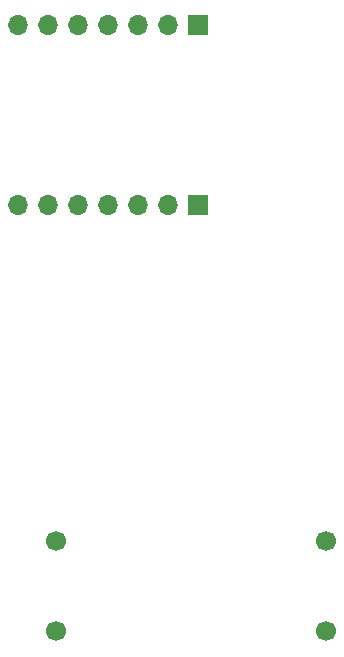
<source format=gbr>
%TF.GenerationSoftware,KiCad,Pcbnew,8.0.8*%
%TF.CreationDate,2025-03-03T09:56:18-08:00*%
%TF.ProjectId,pLUFsPCB,704c5546-7350-4434-922e-6b696361645f,3*%
%TF.SameCoordinates,Original*%
%TF.FileFunction,Soldermask,Bot*%
%TF.FilePolarity,Negative*%
%FSLAX46Y46*%
G04 Gerber Fmt 4.6, Leading zero omitted, Abs format (unit mm)*
G04 Created by KiCad (PCBNEW 8.0.8) date 2025-03-03 09:56:18*
%MOMM*%
%LPD*%
G01*
G04 APERTURE LIST*
%ADD10C,1.700000*%
%ADD11R,1.700000X1.700000*%
%ADD12O,1.700000X1.700000*%
G04 APERTURE END LIST*
D10*
%TO.C,M1*%
X118754000Y-113284000D03*
X118754000Y-120904000D03*
X95894000Y-120904000D03*
X95894000Y-113284000D03*
%TD*%
D11*
%TO.C,J2*%
X107955000Y-69586000D03*
D12*
X105415000Y-69586000D03*
X102875000Y-69586000D03*
X100335000Y-69586000D03*
X97795000Y-69586000D03*
X95255000Y-69586000D03*
X92715000Y-69586000D03*
%TD*%
D11*
%TO.C,J1*%
X107955000Y-84836000D03*
D12*
X105415000Y-84836000D03*
X102875000Y-84836000D03*
X100335000Y-84836000D03*
X97795000Y-84836000D03*
X95255000Y-84836000D03*
X92715000Y-84836000D03*
%TD*%
M02*

</source>
